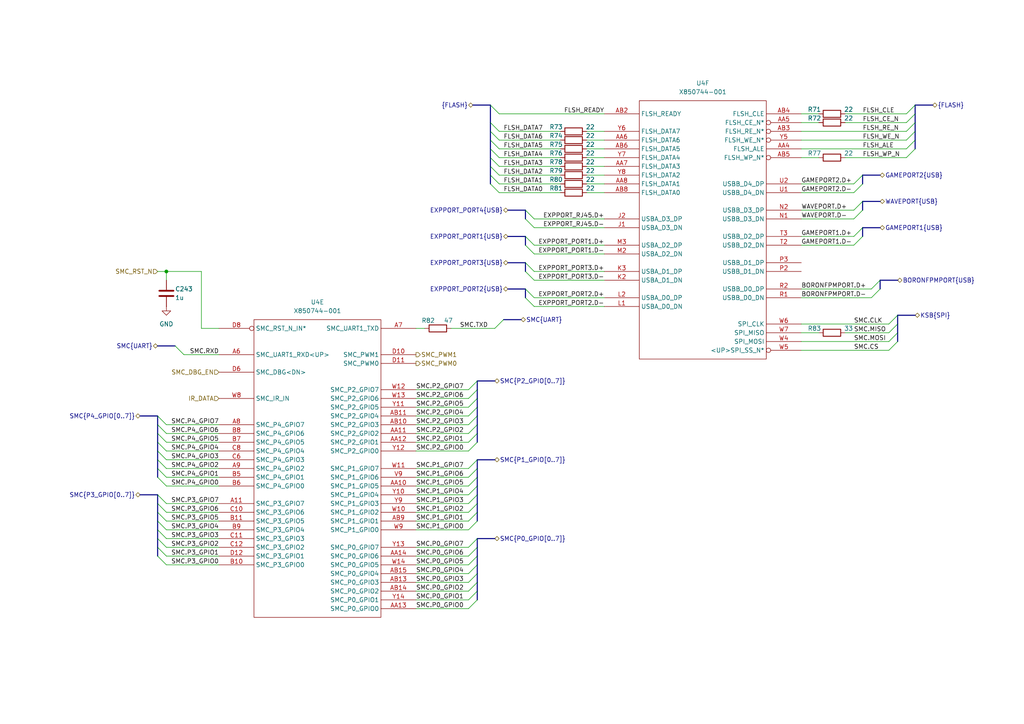
<source format=kicad_sch>
(kicad_sch (version 20250114) (generator "eeschema") (generator_version "9.0")
  (paper "A4")
  (bus_alias "FLASH" (members "FLSH_DATA[0..7]" "FLSH_CE_N" "FLSH_RE_N" "FLSH_WE_N" "FLSH_WP_N" "FLSH_CLE" "FLSH_ALE" "FLSH_READY"))
  (junction (at 48.26 78.74))
  (bus_entry (at 260.35 91.44) (size -2.54 2.54))
  (bus_entry (at 265.43 33.02) (size -2.54 2.54))
  (bus_entry (at 138.43 133.35) (size -2.54 2.54))
  (bus_entry (at 255.27 81.28) (size -2.54 2.54))
  (bus_entry (at 138.43 148.59) (size -2.54 2.54))
  (bus_entry (at 250.19 50.8) (size -2.54 2.54))
  (bus_entry (at 152.4 60.96) (size 2.54 2.54))
  (bus_entry (at 138.43 140.97) (size -2.54 2.54))
  (bus_entry (at 142.24 50.8) (size 2.54 2.54))
  (bus_entry (at 138.43 125.73) (size -2.54 2.54))
  (bus_entry (at 146.05 92.71) (size -2.54 2.54))
  (bus_entry (at 250.19 53.34) (size -2.54 2.54))
  (bus_entry (at 45.72 146.05) (size 2.54 2.54))
  (bus_entry (at 265.43 40.64) (size -2.54 2.54))
  (bus_entry (at 138.43 118.11) (size -2.54 2.54))
  (bus_entry (at 138.43 123.19) (size -2.54 2.54))
  (bus_entry (at 260.35 99.06) (size -2.54 2.54))
  (bus_entry (at 265.43 43.18) (size -2.54 2.54))
  (bus_entry (at 138.43 128.27) (size -2.54 2.54))
  (bus_entry (at 265.43 30.48) (size -2.54 2.54))
  (bus_entry (at 142.24 45.72) (size 2.54 2.54))
  (bus_entry (at 45.72 130.81) (size 2.54 2.54))
  (bus_entry (at 260.35 96.52) (size -2.54 2.54))
  (bus_entry (at 250.19 68.58) (size -2.54 2.54))
  (bus_entry (at 45.72 143.51) (size 2.54 2.54))
  (bus_entry (at 138.43 151.13) (size -2.54 2.54))
  (bus_entry (at 45.72 153.67) (size 2.54 2.54))
  (bus_entry (at 138.43 168.91) (size -2.54 2.54))
  (bus_entry (at 45.72 151.13) (size 2.54 2.54))
  (bus_entry (at 142.24 38.1) (size 2.54 2.54))
  (bus_entry (at 138.43 138.43) (size -2.54 2.54))
  (bus_entry (at 250.19 58.42) (size -2.54 2.54))
  (bus_entry (at 138.43 113.03) (size -2.54 2.54))
  (bus_entry (at 45.72 125.73) (size 2.54 2.54))
  (bus_entry (at 45.72 128.27) (size 2.54 2.54))
  (bus_entry (at 45.72 135.89) (size 2.54 2.54))
  (bus_entry (at 138.43 163.83) (size -2.54 2.54))
  (bus_entry (at 138.43 161.29) (size -2.54 2.54))
  (bus_entry (at 152.4 78.74) (size 2.54 2.54))
  (bus_entry (at 45.72 161.29) (size 2.54 2.54))
  (bus_entry (at 45.72 138.43) (size 2.54 2.54))
  (bus_entry (at 152.4 71.12) (size 2.54 2.54))
  (bus_entry (at 45.72 123.19) (size 2.54 2.54))
  (bus_entry (at 142.24 35.56) (size 2.54 2.54))
  (bus_entry (at 45.72 156.21) (size 2.54 2.54))
  (bus_entry (at 138.43 120.65) (size -2.54 2.54))
  (bus_entry (at 152.4 83.82) (size 2.54 2.54))
  (bus_entry (at 138.43 115.57) (size -2.54 2.54))
  (bus_entry (at 260.35 93.98) (size -2.54 2.54))
  (bus_entry (at 50.8 100.33) (size 2.54 2.54))
  (bus_entry (at 138.43 158.75) (size -2.54 2.54))
  (bus_entry (at 138.43 143.51) (size -2.54 2.54))
  (bus_entry (at 138.43 171.45) (size -2.54 2.54))
  (bus_entry (at 142.24 40.64) (size 2.54 2.54))
  (bus_entry (at 142.24 30.48) (size 2.54 2.54))
  (bus_entry (at 265.43 35.56) (size -2.54 2.54))
  (bus_entry (at 45.72 120.65) (size 2.54 2.54))
  (bus_entry (at 138.43 146.05) (size -2.54 2.54))
  (bus_entry (at 45.72 148.59) (size 2.54 2.54))
  (bus_entry (at 265.43 38.1) (size -2.54 2.54))
  (bus_entry (at 152.4 86.36) (size 2.54 2.54))
  (bus_entry (at 142.24 53.34) (size 2.54 2.54))
  (bus_entry (at 142.24 48.26) (size 2.54 2.54))
  (bus_entry (at 152.4 76.2) (size 2.54 2.54))
  (bus_entry (at 138.43 135.89) (size -2.54 2.54))
  (bus_entry (at 250.19 66.04) (size -2.54 2.54))
  (bus_entry (at 45.72 158.75) (size 2.54 2.54))
  (bus_entry (at 138.43 156.21) (size -2.54 2.54))
  (bus_entry (at 255.27 83.82) (size -2.54 2.54))
  (bus_entry (at 152.4 68.58) (size 2.54 2.54))
  (bus_entry (at 138.43 173.99) (size -2.54 2.54))
  (bus_entry (at 152.4 63.5) (size 2.54 2.54))
  (bus_entry (at 138.43 110.49) (size -2.54 2.54))
  (bus_entry (at 45.72 133.35) (size 2.54 2.54))
  (bus_entry (at 138.43 166.37) (size -2.54 2.54))
  (bus_entry (at 250.19 60.96) (size -2.54 2.54))
  (bus_entry (at 142.24 43.18) (size 2.54 2.54))
  (wire (pts (xy 135.89 138.43) (xy 120.65 138.43)))
  (wire (pts (xy 120.65 95.25) (xy 123.19 95.25)))
  (wire (pts (xy 48.26 130.81) (xy 63.5 130.81)))
  (bus (pts (xy 250.19 66.04) (xy 250.19 68.58)))
  (bus (pts (xy 45.72 158.75) (xy 45.72 161.29)))
  (bus (pts (xy 40.64 143.51) (xy 45.72 143.51)))
  (bus (pts (xy 142.24 43.18) (xy 142.24 45.72)))
  (bus (pts (xy 152.4 60.96) (xy 147.32 60.96)))
  (bus (pts (xy 143.51 133.35) (xy 138.43 133.35)))
  (bus (pts (xy 152.4 68.58) (xy 147.32 68.58)))
  (bus (pts (xy 138.43 118.11) (xy 138.43 120.65)))
  (wire (pts (xy 48.26 158.75) (xy 63.5 158.75)))
  (wire (pts (xy 175.26 73.66) (xy 154.94 73.66)))
  (wire (pts (xy 232.41 33.02) (xy 237.49 33.02)))
  (wire (pts (xy 245.11 96.52) (xy 257.81 96.52)))
  (wire (pts (xy 135.89 161.29) (xy 120.65 161.29)))
  (wire (pts (xy 135.89 125.73) (xy 120.65 125.73)))
  (bus (pts (xy 138.43 156.21) (xy 138.43 158.75)))
  (bus (pts (xy 138.43 171.45) (xy 138.43 173.99)))
  (bus (pts (xy 260.35 93.98) (xy 260.35 96.52)))
  (bus (pts (xy 143.51 156.21) (xy 138.43 156.21)))
  (wire (pts (xy 135.89 120.65) (xy 120.65 120.65)))
  (wire (pts (xy 135.89 153.67) (xy 120.65 153.67)))
  (wire (pts (xy 175.26 63.5) (xy 154.94 63.5)))
  (bus (pts (xy 45.72 125.73) (xy 45.72 128.27)))
  (wire (pts (xy 175.26 66.04) (xy 154.94 66.04)))
  (bus (pts (xy 142.24 50.8) (xy 142.24 53.34)))
  (bus (pts (xy 152.4 83.82) (xy 152.4 86.36)))
  (wire (pts (xy 135.89 130.81) (xy 120.65 130.81)))
  (wire (pts (xy 144.78 43.18) (xy 162.56 43.18)))
  (wire (pts (xy 45.72 78.74) (xy 48.26 78.74)))
  (bus (pts (xy 138.43 123.19) (xy 138.43 125.73)))
  (bus (pts (xy 265.43 30.48) (xy 270.51 30.48)))
  (wire (pts (xy 170.18 48.26) (xy 175.26 48.26)))
  (bus (pts (xy 138.43 148.59) (xy 138.43 151.13)))
  (bus (pts (xy 142.24 45.72) (xy 142.24 48.26)))
  (wire (pts (xy 175.26 81.28) (xy 154.94 81.28)))
  (wire (pts (xy 232.41 53.34) (xy 247.65 53.34)))
  (wire (pts (xy 170.18 43.18) (xy 175.26 43.18)))
  (wire (pts (xy 135.89 168.91) (xy 120.65 168.91)))
  (bus (pts (xy 152.4 76.2) (xy 147.32 76.2)))
  (wire (pts (xy 48.26 146.05) (xy 63.5 146.05)))
  (bus (pts (xy 151.13 92.71) (xy 146.05 92.71)))
  (wire (pts (xy 232.41 96.52) (xy 237.49 96.52)))
  (wire (pts (xy 232.41 43.18) (xy 262.89 43.18)))
  (wire (pts (xy 130.81 95.25) (xy 143.51 95.25)))
  (wire (pts (xy 232.41 55.88) (xy 247.65 55.88)))
  (bus (pts (xy 45.72 148.59) (xy 45.72 151.13)))
  (bus (pts (xy 250.19 58.42) (xy 255.27 58.42)))
  (bus (pts (xy 138.43 143.51) (xy 138.43 146.05)))
  (bus (pts (xy 138.43 168.91) (xy 138.43 171.45)))
  (wire (pts (xy 48.26 135.89) (xy 63.5 135.89)))
  (wire (pts (xy 232.41 68.58) (xy 247.65 68.58)))
  (bus (pts (xy 138.43 161.29) (xy 138.43 163.83)))
  (bus (pts (xy 45.72 156.21) (xy 45.72 158.75)))
  (wire (pts (xy 232.41 63.5) (xy 247.65 63.5)))
  (wire (pts (xy 232.41 71.12) (xy 247.65 71.12)))
  (bus (pts (xy 45.72 100.33) (xy 50.8 100.33)))
  (bus (pts (xy 152.4 68.58) (xy 152.4 71.12)))
  (wire (pts (xy 135.89 140.97) (xy 120.65 140.97)))
  (bus (pts (xy 138.43 125.73) (xy 138.43 128.27)))
  (wire (pts (xy 135.89 128.27) (xy 120.65 128.27)))
  (wire (pts (xy 232.41 38.1) (xy 262.89 38.1)))
  (wire (pts (xy 135.89 151.13) (xy 120.65 151.13)))
  (wire (pts (xy 48.26 148.59) (xy 63.5 148.59)))
  (wire (pts (xy 58.42 78.74) (xy 48.26 78.74)))
  (bus (pts (xy 45.72 133.35) (xy 45.72 135.89)))
  (wire (pts (xy 170.18 50.8) (xy 175.26 50.8)))
  (wire (pts (xy 144.78 55.88) (xy 162.56 55.88)))
  (wire (pts (xy 63.5 95.25) (xy 58.42 95.25)))
  (wire (pts (xy 48.26 161.29) (xy 63.5 161.29)))
  (bus (pts (xy 250.19 50.8) (xy 255.27 50.8)))
  (wire (pts (xy 144.78 48.26) (xy 162.56 48.26)))
  (wire (pts (xy 135.89 115.57) (xy 120.65 115.57)))
  (wire (pts (xy 135.89 166.37) (xy 120.65 166.37)))
  (bus (pts (xy 138.43 146.05) (xy 138.43 148.59)))
  (wire (pts (xy 144.78 40.64) (xy 162.56 40.64)))
  (bus (pts (xy 255.27 81.28) (xy 260.35 81.28)))
  (wire (pts (xy 135.89 146.05) (xy 120.65 146.05)))
  (bus (pts (xy 45.72 130.81) (xy 45.72 133.35)))
  (wire (pts (xy 170.18 38.1) (xy 175.26 38.1)))
  (wire (pts (xy 175.26 88.9) (xy 154.94 88.9)))
  (wire (pts (xy 48.26 128.27) (xy 63.5 128.27)))
  (wire (pts (xy 232.41 35.56) (xy 237.49 35.56)))
  (wire (pts (xy 245.11 45.72) (xy 262.89 45.72)))
  (bus (pts (xy 265.43 33.02) (xy 265.43 35.56)))
  (bus (pts (xy 152.4 76.2) (xy 152.4 78.74)))
  (wire (pts (xy 144.78 38.1) (xy 162.56 38.1)))
  (bus (pts (xy 265.43 91.44) (xy 260.35 91.44)))
  (bus (pts (xy 138.43 163.83) (xy 138.43 166.37)))
  (wire (pts (xy 48.26 163.83) (xy 63.5 163.83)))
  (wire (pts (xy 135.89 148.59) (xy 120.65 148.59)))
  (wire (pts (xy 170.18 40.64) (xy 175.26 40.64)))
  (bus (pts (xy 265.43 35.56) (xy 265.43 38.1)))
  (wire (pts (xy 144.78 53.34) (xy 162.56 53.34)))
  (bus (pts (xy 45.72 120.65) (xy 45.72 123.19)))
  (bus (pts (xy 138.43 133.35) (xy 138.43 135.89)))
  (wire (pts (xy 170.18 45.72) (xy 175.26 45.72)))
  (bus (pts (xy 142.24 40.64) (xy 142.24 43.18)))
  (bus (pts (xy 152.4 83.82) (xy 147.32 83.82)))
  (wire (pts (xy 53.34 102.87) (xy 63.5 102.87)))
  (wire (pts (xy 135.89 163.83) (xy 120.65 163.83)))
  (wire (pts (xy 48.26 125.73) (xy 63.5 125.73)))
  (bus (pts (xy 138.43 120.65) (xy 138.43 123.19)))
  (wire (pts (xy 135.89 123.19) (xy 120.65 123.19)))
  (bus (pts (xy 250.19 66.04) (xy 255.27 66.04)))
  (wire (pts (xy 175.26 78.74) (xy 154.94 78.74)))
  (wire (pts (xy 245.11 33.02) (xy 262.89 33.02)))
  (bus (pts (xy 250.19 50.8) (xy 250.19 53.34)))
  (wire (pts (xy 48.26 123.19) (xy 63.5 123.19)))
  (wire (pts (xy 135.89 176.53) (xy 120.65 176.53)))
  (bus (pts (xy 45.72 153.67) (xy 45.72 156.21)))
  (wire (pts (xy 48.26 138.43) (xy 63.5 138.43)))
  (bus (pts (xy 260.35 91.44) (xy 260.35 93.98)))
  (wire (pts (xy 232.41 60.96) (xy 247.65 60.96)))
  (wire (pts (xy 232.41 40.64) (xy 262.89 40.64)))
  (wire (pts (xy 135.89 118.11) (xy 120.65 118.11)))
  (wire (pts (xy 144.78 33.02) (xy 175.26 33.02)))
  (wire (pts (xy 48.26 133.35) (xy 63.5 133.35)))
  (wire (pts (xy 175.26 86.36) (xy 154.94 86.36)))
  (wire (pts (xy 48.26 151.13) (xy 63.5 151.13)))
  (bus (pts (xy 138.43 158.75) (xy 138.43 161.29)))
  (wire (pts (xy 58.42 95.25) (xy 58.42 78.74)))
  (wire (pts (xy 135.89 158.75) (xy 120.65 158.75)))
  (bus (pts (xy 265.43 30.48) (xy 265.43 33.02)))
  (bus (pts (xy 142.24 30.48) (xy 142.24 35.56)))
  (bus (pts (xy 138.43 138.43) (xy 138.43 140.97)))
  (wire (pts (xy 232.41 83.82) (xy 252.73 83.82)))
  (wire (pts (xy 170.18 53.34) (xy 175.26 53.34)))
  (bus (pts (xy 45.72 151.13) (xy 45.72 153.67)))
  (bus (pts (xy 45.72 146.05) (xy 45.72 148.59)))
  (wire (pts (xy 144.78 50.8) (xy 162.56 50.8)))
  (wire (pts (xy 232.41 101.6) (xy 257.81 101.6)))
  (wire (pts (xy 232.41 93.98) (xy 257.81 93.98)))
  (wire (pts (xy 48.26 153.67) (xy 63.5 153.67)))
  (bus (pts (xy 138.43 115.57) (xy 138.43 118.11)))
  (bus (pts (xy 142.24 38.1) (xy 142.24 40.64)))
  (wire (pts (xy 48.26 81.28) (xy 48.26 78.74)))
  (bus (pts (xy 137.16 30.48) (xy 142.24 30.48)))
  (bus (pts (xy 45.72 123.19) (xy 45.72 125.73)))
  (wire (pts (xy 48.26 140.97) (xy 63.5 140.97)))
  (bus (pts (xy 143.51 110.49) (xy 138.43 110.49)))
  (bus (pts (xy 250.19 58.42) (xy 250.19 60.96)))
  (wire (pts (xy 245.11 35.56) (xy 262.89 35.56)))
  (wire (pts (xy 135.89 135.89) (xy 120.65 135.89)))
  (bus (pts (xy 138.43 166.37) (xy 138.43 168.91)))
  (bus (pts (xy 138.43 110.49) (xy 138.43 113.03)))
  (bus (pts (xy 142.24 48.26) (xy 142.24 50.8)))
  (wire (pts (xy 135.89 173.99) (xy 120.65 173.99)))
  (bus (pts (xy 260.35 96.52) (xy 260.35 99.06)))
  (bus (pts (xy 152.4 60.96) (xy 152.4 63.5)))
  (bus (pts (xy 265.43 38.1) (xy 265.43 40.64)))
  (bus (pts (xy 45.72 135.89) (xy 45.72 138.43)))
  (wire (pts (xy 232.41 99.06) (xy 257.81 99.06)))
  (wire (pts (xy 170.18 55.88) (xy 175.26 55.88)))
  (wire (pts (xy 232.41 86.36) (xy 252.73 86.36)))
  (wire (pts (xy 135.89 113.03) (xy 120.65 113.03)))
  (wire (pts (xy 144.78 45.72) (xy 162.56 45.72)))
  (bus (pts (xy 138.43 135.89) (xy 138.43 138.43)))
  (wire (pts (xy 175.26 71.12) (xy 154.94 71.12)))
  (wire (pts (xy 232.41 45.72) (xy 237.49 45.72)))
  (wire (pts (xy 135.89 143.51) (xy 120.65 143.51)))
  (wire (pts (xy 135.89 171.45) (xy 120.65 171.45)))
  (bus (pts (xy 138.43 113.03) (xy 138.43 115.57)))
  (bus (pts (xy 45.72 128.27) (xy 45.72 130.81)))
  (wire (pts (xy 48.26 156.21) (xy 63.5 156.21)))
  (bus (pts (xy 142.24 35.56) (xy 142.24 38.1)))
  (bus (pts (xy 40.64 120.65) (xy 45.72 120.65)))
  (bus (pts (xy 45.72 143.51) (xy 45.72 146.05)))
  (bus (pts (xy 265.43 40.64) (xy 265.43 43.18)))
  (bus (pts (xy 138.43 140.97) (xy 138.43 143.51)))
  (bus (pts (xy 255.27 81.28) (xy 255.27 83.82)))
  (label "FLSH_DATA3" (at 157.48 48.26 180))
  (label "SMC.P2_GPIO5" (at 120.65 118.11 0))
  (label "SMC.P3_GPIO4" (at 63.5 153.67 180))
  (label "WAVEPORT.D+" (at 232.41 60.96 0))
  (label "SMC.P4_GPIO3" (at 63.5 133.35 180))
  (label "EXPPORT_PORT3.D+" (at 175.26 78.74 180))
  (label "SMC.P3_GPIO0" (at 63.5 163.83 180))
  (label "GAMEPORT1.D-" (at 232.41 71.12 0))
  (label "SMC.P1_GPIO0" (at 120.65 153.67 0))
  (label "FLSH_READY" (at 175.26 33.02 180))
  (label "SMC.P4_GPIO6" (at 63.5 125.73 180))
  (label "FLSH_ALE" (at 250.19 43.18 0))
  (label "SMC.RXD" (at 63.5 102.87 180))
  (label "SMC.P0_GPIO0" (at 120.65 176.53 0))
  (label "SMC.MISO" (at 247.65 96.52 0))
  (label "FLSH_DATA0" (at 157.48 55.88 180))
  (label "SMC.P0_GPIO2" (at 120.65 171.45 0))
  (label "EXPPORT_PORT2.D-" (at 175.26 88.9 180))
  (label "FLSH_RE_N" (at 250.19 38.1 0))
  (label "EXPPORT_PORT1.D+" (at 175.26 71.12 180))
  (label "SMC.P0_GPIO7" (at 120.65 158.75 0))
  (label "SMC.P4_GPIO7" (at 63.5 123.19 180))
  (label "FLSH_DATA6" (at 157.48 40.64 180))
  (label "SMC.P2_GPIO0" (at 120.65 130.81 0))
  (label "WAVEPORT.D-" (at 232.41 63.5 0))
  (label "FLSH_CLE" (at 250.19 33.02 0))
  (label "SMC.P3_GPIO7" (at 63.5 146.05 180))
  (label "SMC.P0_GPIO4" (at 120.65 166.37 0))
  (label "FLSH_CE_N" (at 250.19 35.56 0))
  (label "BORONFPMPORT.D+" (at 232.41 83.82 0))
  (label "FLSH_WE_N" (at 250.19 40.64 0))
  (label "GAMEPORT2.D+" (at 232.41 53.34 0))
  (label "SMC.P4_GPIO1" (at 63.5 138.43 180))
  (label "EXPPORT_PORT3.D-" (at 175.26 81.28 180))
  (label "SMC.P4_GPIO2" (at 63.5 135.89 180))
  (label "SMC.CLK" (at 247.65 93.98 0))
  (label "SMC.CS" (at 247.65 101.6 0))
  (label "SMC.P0_GPIO5" (at 120.65 163.83 0))
  (label "SMC.MOSI" (at 247.65 99.06 0))
  (label "SMC.P4_GPIO0" (at 63.5 140.97 180))
  (label "EXPPORT_PORT2.D+" (at 175.26 86.36 180))
  (label "SMC.P2_GPIO2" (at 120.65 125.73 0))
  (label "SMC.P0_GPIO6" (at 120.65 161.29 0))
  (label "SMC.P1_GPIO4" (at 120.65 143.51 0))
  (label "SMC.TXD" (at 133.35 95.25 0))
  (label "SMC.P3_GPIO2" (at 63.5 158.75 180))
  (label "SMC.P2_GPIO3" (at 120.65 123.19 0))
  (label "SMC.P1_GPIO3" (at 120.65 146.05 0))
  (label "SMC.P1_GPIO5" (at 120.65 140.97 0))
  (label "FLSH_DATA5" (at 157.48 43.18 180))
  (label "FLSH_DATA1" (at 157.48 53.34 180))
  (label "SMC.P0_GPIO1" (at 120.65 173.99 0))
  (label "EXPPORT_PORT1.D-" (at 175.26 73.66 180))
  (label "FLSH_DATA4" (at 157.48 45.72 180))
  (label "SMC.P1_GPIO7" (at 120.65 135.89 0))
  (label "GAMEPORT1.D+" (at 232.41 68.58 0))
  (label "SMC.P1_GPIO2" (at 120.65 148.59 0))
  (label "SMC.P0_GPIO3" (at 120.65 168.91 0))
  (label "SMC.P3_GPIO3" (at 63.5 156.21 180))
  (label "SMC.P4_GPIO4" (at 63.5 130.81 180))
  (label "FLSH_WP_N" (at 250.19 45.72 0))
  (label "SMC.P2_GPIO1" (at 120.65 128.27 0))
  (label "SMC.P2_GPIO6" (at 120.65 115.57 0))
  (label "EXPPORT_RJ45.D-" (at 175.26 66.04 180))
  (label "FLSH_DATA2" (at 157.48 50.8 180))
  (label "SMC.P3_GPIO1" (at 63.5 161.29 180))
  (label "SMC.P1_GPIO6" (at 120.65 138.43 0))
  (label "BORONFPMPORT.D-" (at 232.41 86.36 0))
  (label "SMC.P3_GPIO6" (at 63.5 148.59 180))
  (label "SMC.P2_GPIO4" (at 120.65 120.65 0))
  (label "SMC.P2_GPIO7" (at 120.65 113.03 0))
  (label "GAMEPORT2.D-" (at 232.41 55.88 0))
  (label "SMC.P3_GPIO5" (at 63.5 151.13 180))
  (label "FLSH_DATA7" (at 157.48 38.1 180))
  (label "EXPPORT_RJ45.D+" (at 175.26 63.5 180))
  (label "SMC.P1_GPIO1" (at 120.65 151.13 0))
  (label "SMC.P4_GPIO5" (at 63.5 128.27 180))
  (hierarchical_label "GAMEPORT2{USB}" (shape bidirectional) (at 255.27 50.8 0))
  (hierarchical_label "IR_DATA" (shape input) (at 63.5 115.57 180))
  (hierarchical_label "EXPPORT_PORT1{USB}" (shape bidirectional) (at 147.32 68.58 180))
  (hierarchical_label "SMC{P2_GPIO[0..7]}" (shape bidirectional) (at 143.51 110.49 0))
  (hierarchical_label "EXPPORT_PORT2{USB}" (shape bidirectional) (at 147.32 83.82 180))
  (hierarchical_label "EXPPORT_PORT3{USB}" (shape bidirectional) (at 147.32 76.2 180))
  (hierarchical_label "{FLASH}" (shape bidirectional) (at 137.16 30.48 180))
  (hierarchical_label "SMC{P3_GPIO[0..7]}" (shape bidirectional) (at 40.64 143.51 180))
  (hierarchical_label "{FLASH}" (shape bidirectional) (at 270.51 30.48 0))
  (hierarchical_label "BORONFPMPORT{USB}" (shape bidirectional) (at 260.35 81.28 0))
  (hierarchical_label "WAVEPORT{USB}" (shape bidirectional) (at 255.27 58.42 0))
  (hierarchical_label "SMC{UART}" (shape bidirectional) (at 45.72 100.33 180))
  (hierarchical_label "SMC_DBG_EN" (shape input) (at 63.5 107.95 180))
  (hierarchical_label "SMC_RST_N" (shape input) (at 45.72 78.74 180))
  (hierarchical_label "KSB{SPI}" (shape bidirectional) (at 265.43 91.44 0))
  (hierarchical_label "SMC_PWM1" (shape output) (at 120.65 102.87 0))
  (hierarchical_label "SMC{P0_GPIO[0..7]}" (shape bidirectional) (at 143.51 156.21 0))
  (hierarchical_label "SMC{UART}" (shape bidirectional) (at 151.13 92.71 0))
  (hierarchical_label "SMC{P1_GPIO[0..7]}" (shape bidirectional) (at 143.51 133.35 0))
  (hierarchical_label "GAMEPORT1{USB}" (shape bidirectional) (at 255.27 66.04 0))
  (hierarchical_label "SMC{P4_GPIO[0..7]}" (shape bidirectional) (at 40.64 120.65 180))
  (hierarchical_label "EXPPORT_PORT4{USB}" (shape bidirectional) (at 147.32 60.96 180))
  (hierarchical_label "SMC_PWM0" (shape output) (at 120.65 105.41 0))
  (symbol (lib_id "Device:C") (at 48.26 85.09 0) (unit 1)
    (property "Reference" "C243" (at 50.8 83.82 0) (effects (justify left)))
    (property "Value" "1u" (at 50.8 86.36 0) (effects (justify left)))
    (property "Description" "Unpolarized capacitor" (effects (hide yes)))
  )
  (symbol (lib_id "Device:R") (at 166.37 55.88 90) (unit 1)
    (property "Reference" "R81" (at 161.29 54.61 90))
    (property "Value" "22" (at 171.196 54.61 90))
    (property "Description" "Resistor" (effects (hide yes)))
  )
  (symbol (lib_id "Device:R") (at 166.37 40.64 90) (unit 1)
    (property "Reference" "R74" (at 161.29 39.37 90))
    (property "Value" "22" (at 171.196 39.37 90))
    (property "Description" "Resistor" (effects (hide yes)))
  )
  (symbol (lib_id "power:GND") (at 48.26 88.9 0) (unit 1)
    (property "Reference" "#PWR0111" (effects (hide yes)))
    (property "Value" "GND" (at 48.26 93.98 0))
    (property "Description" "Power symbol creates a global label with name \"GND\" , ground" (effects (hide yes)))
  )
  (symbol (lib_id "Device:R") (at 241.3 45.72 90) (unit 1)
    (property "Reference" "R77" (at 236.22 44.45 90))
    (property "Value" "22" (at 246.126 44.45 90))
    (property "Description" "Resistor" (effects (hide yes)))
  )
  (symbol (lib_id "Device:R") (at 166.37 53.34 90) (unit 1)
    (property "Reference" "R80" (at 161.29 52.07 90))
    (property "Value" "22" (at 171.196 52.07 90))
    (property "Description" "Resistor" (effects (hide yes)))
  )
  (symbol (lib_id "Device:R") (at 166.37 48.26 90) (unit 1)
    (property "Reference" "R78" (at 161.29 46.99 90))
    (property "Value" "22" (at 171.196 46.99 90))
    (property "Description" "Resistor" (effects (hide yes)))
  )
  (symbol (lib_id "Device:R") (at 166.37 50.8 90) (unit 1)
    (property "Reference" "R79" (at 161.29 49.53 90))
    (property "Value" "22" (at 171.196 49.53 90))
    (property "Description" "Resistor" (effects (hide yes)))
  )
  (symbol (lib_id "Device:R") (at 166.37 43.18 90) (unit 1)
    (property "Reference" "R75" (at 161.29 41.91 90))
    (property "Value" "22" (at 171.196 41.91 90))
    (property "Description" "Resistor" (effects (hide yes)))
  )
  (symbol (lib_id "X360:X850744-001") (at 91.44 118.11 0) (unit 5)
    (property "Reference" "U4" (at 92.075 87.63 0))
    (property "Value" "X850744-001" (at 92.075 90.17 0))
  )
  (symbol (lib_id "X360:X850744-001") (at 203.2 55.88 0) (unit 6)
    (property "Reference" "U4" (at 203.835 24.13 0))
    (property "Value" "X850744-001" (at 203.835 26.67 0))
  )
  (symbol (lib_id "Device:R") (at 166.37 45.72 90) (unit 1)
    (property "Reference" "R76" (at 161.29 44.45 90))
    (property "Value" "22" (at 171.196 44.45 90))
    (property "Description" "Resistor" (effects (hide yes)))
  )
  (symbol (lib_id "Device:R") (at 241.3 33.02 90) (unit 1)
    (property "Reference" "R71" (at 236.22 31.75 90))
    (property "Value" "22" (at 246.126 31.75 90))
    (property "Description" "Resistor" (effects (hide yes)))
  )
  (symbol (lib_id "Device:R") (at 241.3 96.52 90) (unit 1)
    (property "Reference" "R83" (at 236.22 95.25 90))
    (property "Value" "33" (at 246.126 95.25 90))
    (property "Description" "Resistor" (effects (hide yes)))
  )
  (symbol (lib_id "Device:R") (at 166.37 38.1 90) (unit 1)
    (property "Reference" "R73" (at 161.29 36.83 90))
    (property "Value" "22" (at 171.196 36.83 90))
    (property "Description" "Resistor" (effects (hide yes)))
  )
  (symbol (lib_id "Device:R") (at 127 95.25 90) (unit 1)
    (property "Reference" "R82" (at 124.206 92.964 90))
    (property "Value" "47" (at 130.048 92.964 90))
    (property "Description" "Resistor" (effects (hide yes)))
  )
  (symbol (lib_id "Device:R") (at 241.3 35.56 90) (unit 1)
    (property "Reference" "R72" (at 236.22 34.29 90))
    (property "Value" "22" (at 246.126 34.29 90))
    (property "Description" "Resistor" (effects (hide yes)))
  )
)
</source>
